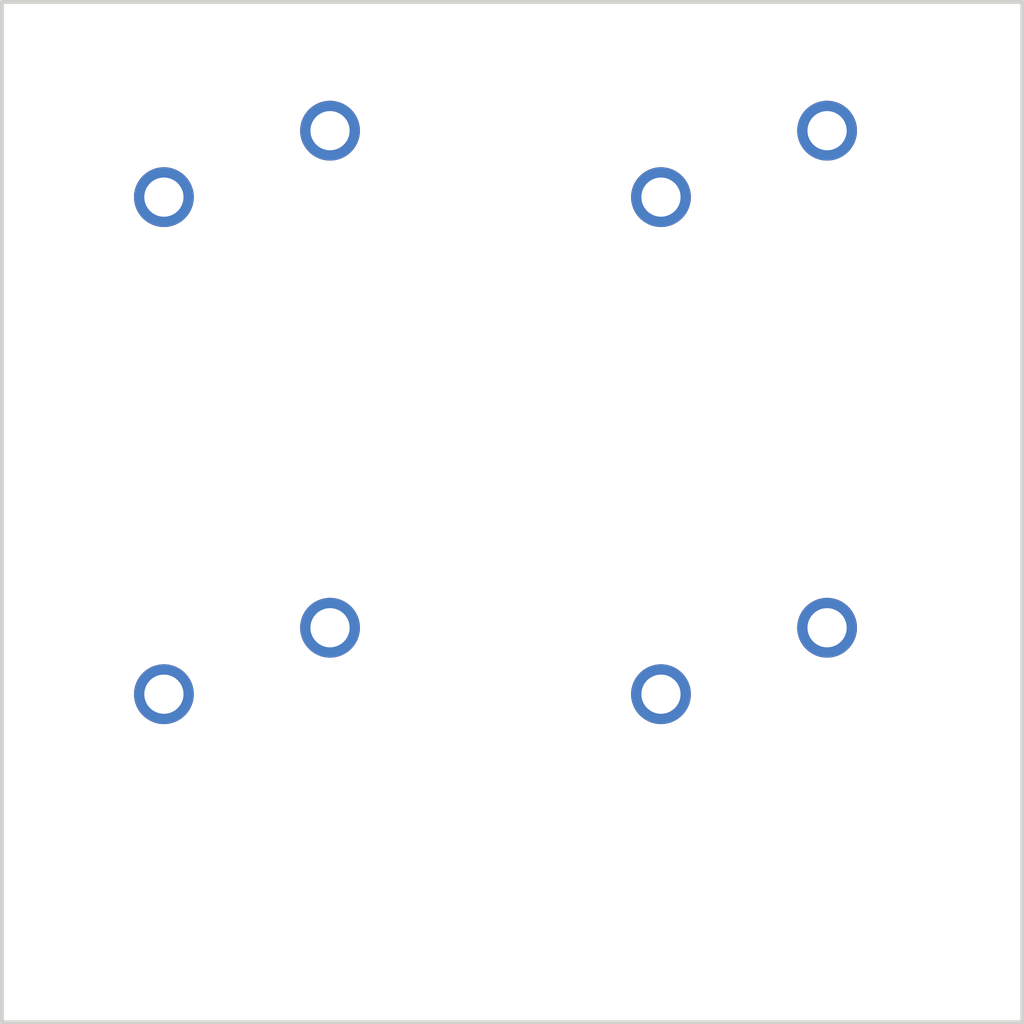
<source format=kicad_pcb>

            
(kicad_pcb (version 20171130) (host pcbnew 5.1.6)

  (page A3)
  (title_block
    (title test)
    (rev v1.0.0)
    (company Unknown)
  )

  (general
    (thickness 1.6)
  )

  (layers
    (0 F.Cu signal)
    (31 B.Cu signal)
    (32 B.Adhes user)
    (33 F.Adhes user)
    (34 B.Paste user)
    (35 F.Paste user)
    (36 B.SilkS user)
    (37 F.SilkS user)
    (38 B.Mask user)
    (39 F.Mask user)
    (40 Dwgs.User user)
    (41 Cmts.User user)
    (42 Eco1.User user)
    (43 Eco2.User user)
    (44 Edge.Cuts user)
    (45 Margin user)
    (46 B.CrtYd user)
    (47 F.CrtYd user)
    (48 B.Fab user)
    (49 F.Fab user)
  )

  (setup
    (last_trace_width 0.25)
    (trace_clearance 0.2)
    (zone_clearance 0.508)
    (zone_45_only no)
    (trace_min 0.2)
    (via_size 0.8)
    (via_drill 0.4)
    (via_min_size 0.4)
    (via_min_drill 0.3)
    (uvia_size 0.3)
    (uvia_drill 0.1)
    (uvias_allowed no)
    (uvia_min_size 0.2)
    (uvia_min_drill 0.1)
    (edge_width 0.05)
    (segment_width 0.2)
    (pcb_text_width 0.3)
    (pcb_text_size 1.5 1.5)
    (mod_edge_width 0.12)
    (mod_text_size 1 1)
    (mod_text_width 0.15)
    (pad_size 1.524 1.524)
    (pad_drill 0.762)
    (pad_to_mask_clearance 0.05)
    (aux_axis_origin 0 0)
    (visible_elements FFFFFF7F)
    (pcbplotparams
      (layerselection 0x010fc_ffffffff)
      (usegerberextensions false)
      (usegerberattributes true)
      (usegerberadvancedattributes true)
      (creategerberjobfile true)
      (excludeedgelayer true)
      (linewidth 0.100000)
      (plotframeref false)
      (viasonmask false)
      (mode 1)
      (useauxorigin false)
      (hpglpennumber 1)
      (hpglpenspeed 20)
      (hpglpendiameter 15.000000)
      (psnegative false)
      (psa4output false)
      (plotreference true)
      (plotvalue true)
      (plotinvisibletext false)
      (padsonsilk false)
      (subtractmaskfromsilk false)
      (outputformat 1)
      (mirror false)
      (drillshape 1)
      (scaleselection 1)
      (outputdirectory ""))
  )

            (net 0 "")
(net 1 "matrix_c1_r1_from")
(net 2 "matrix_c1_r1_to")
(net 3 "matrix_c1_r2_from")
(net 4 "matrix_c1_r2_to")
(net 5 "matrix_c2_r1_from")
(net 6 "matrix_c2_r1_to")
(net 7 "matrix_c2_r2_from")
(net 8 "matrix_c2_r2_to")
            
  (net_class Default "This is the default net class."
    (clearance 0.2)
    (trace_width 0.25)
    (via_dia 0.8)
    (via_drill 0.4)
    (uvia_dia 0.3)
    (uvia_drill 0.1)
    (add_net "")
(add_net "matrix_c1_r1_from")
(add_net "matrix_c1_r1_to")
(add_net "matrix_c1_r2_from")
(add_net "matrix_c1_r2_to")
(add_net "matrix_c2_r1_from")
(add_net "matrix_c2_r1_to")
(add_net "matrix_c2_r2_from")
(add_net "matrix_c2_r2_to")
  )

            
        
      (module MX (layer F.Cu) (tedit 5DD4F656)
      (at 0 0 0)

      
      (fp_text reference "S1" (at 0 0) (layer F.SilkS) hide (effects (font (size 1.27 1.27) (thickness 0.15))))
      (fp_text value "" (at 0 0) (layer F.SilkS) hide (effects (font (size 1.27 1.27) (thickness 0.15))))

      
      (fp_line (start -7 -6) (end -7 -7) (layer Dwgs.User) (width 0.15))
      (fp_line (start -7 7) (end -6 7) (layer Dwgs.User) (width 0.15))
      (fp_line (start -6 -7) (end -7 -7) (layer Dwgs.User) (width 0.15))
      (fp_line (start -7 7) (end -7 6) (layer Dwgs.User) (width 0.15))
      (fp_line (start 7 6) (end 7 7) (layer Dwgs.User) (width 0.15))
      (fp_line (start 7 -7) (end 6 -7) (layer Dwgs.User) (width 0.15))
      (fp_line (start 6 7) (end 7 7) (layer Dwgs.User) (width 0.15))
      (fp_line (start 7 -7) (end 7 -6) (layer Dwgs.User) (width 0.15))
    
      
      (pad "" np_thru_hole circle (at 0 0) (size 3.9878 3.9878) (drill 3.9878) (layers *.Cu *.Mask))

      
      (pad "" np_thru_hole circle (at 5.08 0) (size 1.7018 1.7018) (drill 1.7018) (layers *.Cu *.Mask))
      (pad "" np_thru_hole circle (at -5.08 0) (size 1.7018 1.7018) (drill 1.7018) (layers *.Cu *.Mask))
      
        
        
            
            (pad 1 thru_hole circle (at 2.54 -5.08) (size 2.286 2.286) (drill 1.4986) (layers *.Cu *.Mask) (net 1 "matrix_c1_r1_from"))
            (pad 2 thru_hole circle (at -3.81 -2.54) (size 2.286 2.286) (drill 1.4986) (layers *.Cu *.Mask) (net 2 "matrix_c1_r1_to"))
          )
        

        
      (module MX (layer F.Cu) (tedit 5DD4F656)
      (at 0 -19 0)

      
      (fp_text reference "S2" (at 0 0) (layer F.SilkS) hide (effects (font (size 1.27 1.27) (thickness 0.15))))
      (fp_text value "" (at 0 0) (layer F.SilkS) hide (effects (font (size 1.27 1.27) (thickness 0.15))))

      
      (fp_line (start -7 -6) (end -7 -7) (layer Dwgs.User) (width 0.15))
      (fp_line (start -7 7) (end -6 7) (layer Dwgs.User) (width 0.15))
      (fp_line (start -6 -7) (end -7 -7) (layer Dwgs.User) (width 0.15))
      (fp_line (start -7 7) (end -7 6) (layer Dwgs.User) (width 0.15))
      (fp_line (start 7 6) (end 7 7) (layer Dwgs.User) (width 0.15))
      (fp_line (start 7 -7) (end 6 -7) (layer Dwgs.User) (width 0.15))
      (fp_line (start 6 7) (end 7 7) (layer Dwgs.User) (width 0.15))
      (fp_line (start 7 -7) (end 7 -6) (layer Dwgs.User) (width 0.15))
    
      
      (pad "" np_thru_hole circle (at 0 0) (size 3.9878 3.9878) (drill 3.9878) (layers *.Cu *.Mask))

      
      (pad "" np_thru_hole circle (at 5.08 0) (size 1.7018 1.7018) (drill 1.7018) (layers *.Cu *.Mask))
      (pad "" np_thru_hole circle (at -5.08 0) (size 1.7018 1.7018) (drill 1.7018) (layers *.Cu *.Mask))
      
        
        
            
            (pad 1 thru_hole circle (at 2.54 -5.08) (size 2.286 2.286) (drill 1.4986) (layers *.Cu *.Mask) (net 3 "matrix_c1_r2_from"))
            (pad 2 thru_hole circle (at -3.81 -2.54) (size 2.286 2.286) (drill 1.4986) (layers *.Cu *.Mask) (net 4 "matrix_c1_r2_to"))
          )
        

        
      (module MX (layer F.Cu) (tedit 5DD4F656)
      (at 19 0 0)

      
      (fp_text reference "S3" (at 0 0) (layer F.SilkS) hide (effects (font (size 1.27 1.27) (thickness 0.15))))
      (fp_text value "" (at 0 0) (layer F.SilkS) hide (effects (font (size 1.27 1.27) (thickness 0.15))))

      
      (fp_line (start -7 -6) (end -7 -7) (layer Dwgs.User) (width 0.15))
      (fp_line (start -7 7) (end -6 7) (layer Dwgs.User) (width 0.15))
      (fp_line (start -6 -7) (end -7 -7) (layer Dwgs.User) (width 0.15))
      (fp_line (start -7 7) (end -7 6) (layer Dwgs.User) (width 0.15))
      (fp_line (start 7 6) (end 7 7) (layer Dwgs.User) (width 0.15))
      (fp_line (start 7 -7) (end 6 -7) (layer Dwgs.User) (width 0.15))
      (fp_line (start 6 7) (end 7 7) (layer Dwgs.User) (width 0.15))
      (fp_line (start 7 -7) (end 7 -6) (layer Dwgs.User) (width 0.15))
    
      
      (pad "" np_thru_hole circle (at 0 0) (size 3.9878 3.9878) (drill 3.9878) (layers *.Cu *.Mask))

      
      (pad "" np_thru_hole circle (at 5.08 0) (size 1.7018 1.7018) (drill 1.7018) (layers *.Cu *.Mask))
      (pad "" np_thru_hole circle (at -5.08 0) (size 1.7018 1.7018) (drill 1.7018) (layers *.Cu *.Mask))
      
        
        
            
            (pad 1 thru_hole circle (at 2.54 -5.08) (size 2.286 2.286) (drill 1.4986) (layers *.Cu *.Mask) (net 5 "matrix_c2_r1_from"))
            (pad 2 thru_hole circle (at -3.81 -2.54) (size 2.286 2.286) (drill 1.4986) (layers *.Cu *.Mask) (net 6 "matrix_c2_r1_to"))
          )
        

        
      (module MX (layer F.Cu) (tedit 5DD4F656)
      (at 19 -19 0)

      
      (fp_text reference "S4" (at 0 0) (layer F.SilkS) hide (effects (font (size 1.27 1.27) (thickness 0.15))))
      (fp_text value "" (at 0 0) (layer F.SilkS) hide (effects (font (size 1.27 1.27) (thickness 0.15))))

      
      (fp_line (start -7 -6) (end -7 -7) (layer Dwgs.User) (width 0.15))
      (fp_line (start -7 7) (end -6 7) (layer Dwgs.User) (width 0.15))
      (fp_line (start -6 -7) (end -7 -7) (layer Dwgs.User) (width 0.15))
      (fp_line (start -7 7) (end -7 6) (layer Dwgs.User) (width 0.15))
      (fp_line (start 7 6) (end 7 7) (layer Dwgs.User) (width 0.15))
      (fp_line (start 7 -7) (end 6 -7) (layer Dwgs.User) (width 0.15))
      (fp_line (start 6 7) (end 7 7) (layer Dwgs.User) (width 0.15))
      (fp_line (start 7 -7) (end 7 -6) (layer Dwgs.User) (width 0.15))
    
      
      (pad "" np_thru_hole circle (at 0 0) (size 3.9878 3.9878) (drill 3.9878) (layers *.Cu *.Mask))

      
      (pad "" np_thru_hole circle (at 5.08 0) (size 1.7018 1.7018) (drill 1.7018) (layers *.Cu *.Mask))
      (pad "" np_thru_hole circle (at -5.08 0) (size 1.7018 1.7018) (drill 1.7018) (layers *.Cu *.Mask))
      
        
        
            
            (pad 1 thru_hole circle (at 2.54 -5.08) (size 2.286 2.286) (drill 1.4986) (layers *.Cu *.Mask) (net 7 "matrix_c2_r2_from"))
            (pad 2 thru_hole circle (at -3.81 -2.54) (size 2.286 2.286) (drill 1.4986) (layers *.Cu *.Mask) (net 8 "matrix_c2_r2_to"))
          )
        
            (gr_line (start -10 10) (end 29 10) (angle 90) (layer Edge.Cuts) (width 0.15))
(gr_line (start -10 10) (end -10 -29) (angle 90) (layer Edge.Cuts) (width 0.15))
(gr_line (start -10 -29) (end 29 -29) (angle 90) (layer Edge.Cuts) (width 0.15))
(gr_line (start 29 10) (end 29 -29) (angle 90) (layer Edge.Cuts) (width 0.15))
            
)

        
</source>
